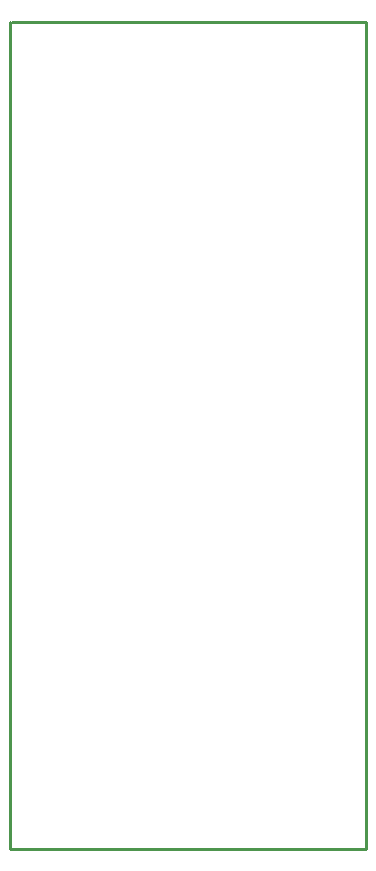
<source format=gko>
G04 ---------------------------- Layer name :KeepOutLayer*
G04 EasyEDA v5.8.20, Mon, 19 Nov 2018 02:26:46 GMT*
G04 9078f91518dc4e9cb65967eac6ea11d3*
G04 Gerber Generator version 0.2*
G04 Scale: 100 percent, Rotated: No, Reflected: No *
G04 Dimensions in inches *
G04 leading zeros omitted , absolute positions ,2 integer and 4 decimal *
%FSLAX24Y24*%
%MOIN*%
G90*
G70D02*

%ADD10C,0.010000*%
G54D10*
G01X50Y27550D02*
G01X11850Y27550D01*
G01X11850Y14050D01*
G01X11850Y0D01*
G01X0Y0D01*
G01X0Y27550D01*

%LPD*%
M00*
M02*

</source>
